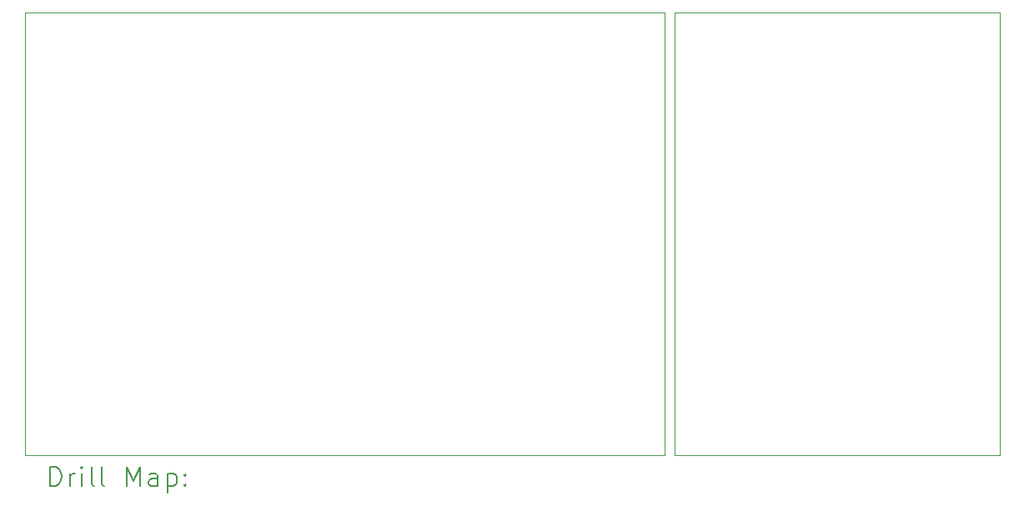
<source format=gbr>
%TF.GenerationSoftware,KiCad,Pcbnew,9.0.7*%
%TF.CreationDate,2026-01-06T19:33:02-08:00*%
%TF.ProjectId,v1.2,76312e32-2e6b-4696-9361-645f70636258,rev?*%
%TF.SameCoordinates,Original*%
%TF.FileFunction,Drillmap*%
%TF.FilePolarity,Positive*%
%FSLAX45Y45*%
G04 Gerber Fmt 4.5, Leading zero omitted, Abs format (unit mm)*
G04 Created by KiCad (PCBNEW 9.0.7) date 2026-01-06 19:33:02*
%MOMM*%
%LPD*%
G01*
G04 APERTURE LIST*
%ADD10C,0.050000*%
%ADD11C,0.200000*%
G04 APERTURE END LIST*
D10*
X10600000Y-10500000D02*
X13900000Y-10500000D01*
X13900000Y-15000000D01*
X10600000Y-15000000D01*
X10600000Y-10500000D01*
X4000000Y-10500000D02*
X10500000Y-10500000D01*
X10500000Y-15000000D01*
X4000000Y-15000000D01*
X4000000Y-10500000D01*
D11*
X4258277Y-15313984D02*
X4258277Y-15113984D01*
X4258277Y-15113984D02*
X4305896Y-15113984D01*
X4305896Y-15113984D02*
X4334467Y-15123508D01*
X4334467Y-15123508D02*
X4353515Y-15142555D01*
X4353515Y-15142555D02*
X4363039Y-15161603D01*
X4363039Y-15161603D02*
X4372563Y-15199698D01*
X4372563Y-15199698D02*
X4372563Y-15228269D01*
X4372563Y-15228269D02*
X4363039Y-15266365D01*
X4363039Y-15266365D02*
X4353515Y-15285412D01*
X4353515Y-15285412D02*
X4334467Y-15304460D01*
X4334467Y-15304460D02*
X4305896Y-15313984D01*
X4305896Y-15313984D02*
X4258277Y-15313984D01*
X4458277Y-15313984D02*
X4458277Y-15180650D01*
X4458277Y-15218746D02*
X4467801Y-15199698D01*
X4467801Y-15199698D02*
X4477324Y-15190174D01*
X4477324Y-15190174D02*
X4496372Y-15180650D01*
X4496372Y-15180650D02*
X4515420Y-15180650D01*
X4582086Y-15313984D02*
X4582086Y-15180650D01*
X4582086Y-15113984D02*
X4572563Y-15123508D01*
X4572563Y-15123508D02*
X4582086Y-15133031D01*
X4582086Y-15133031D02*
X4591610Y-15123508D01*
X4591610Y-15123508D02*
X4582086Y-15113984D01*
X4582086Y-15113984D02*
X4582086Y-15133031D01*
X4705896Y-15313984D02*
X4686848Y-15304460D01*
X4686848Y-15304460D02*
X4677324Y-15285412D01*
X4677324Y-15285412D02*
X4677324Y-15113984D01*
X4810658Y-15313984D02*
X4791610Y-15304460D01*
X4791610Y-15304460D02*
X4782086Y-15285412D01*
X4782086Y-15285412D02*
X4782086Y-15113984D01*
X5039229Y-15313984D02*
X5039229Y-15113984D01*
X5039229Y-15113984D02*
X5105896Y-15256841D01*
X5105896Y-15256841D02*
X5172563Y-15113984D01*
X5172563Y-15113984D02*
X5172563Y-15313984D01*
X5353515Y-15313984D02*
X5353515Y-15209222D01*
X5353515Y-15209222D02*
X5343991Y-15190174D01*
X5343991Y-15190174D02*
X5324944Y-15180650D01*
X5324944Y-15180650D02*
X5286848Y-15180650D01*
X5286848Y-15180650D02*
X5267801Y-15190174D01*
X5353515Y-15304460D02*
X5334467Y-15313984D01*
X5334467Y-15313984D02*
X5286848Y-15313984D01*
X5286848Y-15313984D02*
X5267801Y-15304460D01*
X5267801Y-15304460D02*
X5258277Y-15285412D01*
X5258277Y-15285412D02*
X5258277Y-15266365D01*
X5258277Y-15266365D02*
X5267801Y-15247317D01*
X5267801Y-15247317D02*
X5286848Y-15237793D01*
X5286848Y-15237793D02*
X5334467Y-15237793D01*
X5334467Y-15237793D02*
X5353515Y-15228269D01*
X5448753Y-15180650D02*
X5448753Y-15380650D01*
X5448753Y-15190174D02*
X5467801Y-15180650D01*
X5467801Y-15180650D02*
X5505896Y-15180650D01*
X5505896Y-15180650D02*
X5524944Y-15190174D01*
X5524944Y-15190174D02*
X5534467Y-15199698D01*
X5534467Y-15199698D02*
X5543991Y-15218746D01*
X5543991Y-15218746D02*
X5543991Y-15275888D01*
X5543991Y-15275888D02*
X5534467Y-15294936D01*
X5534467Y-15294936D02*
X5524944Y-15304460D01*
X5524944Y-15304460D02*
X5505896Y-15313984D01*
X5505896Y-15313984D02*
X5467801Y-15313984D01*
X5467801Y-15313984D02*
X5448753Y-15304460D01*
X5629705Y-15294936D02*
X5639229Y-15304460D01*
X5639229Y-15304460D02*
X5629705Y-15313984D01*
X5629705Y-15313984D02*
X5620182Y-15304460D01*
X5620182Y-15304460D02*
X5629705Y-15294936D01*
X5629705Y-15294936D02*
X5629705Y-15313984D01*
X5629705Y-15190174D02*
X5639229Y-15199698D01*
X5639229Y-15199698D02*
X5629705Y-15209222D01*
X5629705Y-15209222D02*
X5620182Y-15199698D01*
X5620182Y-15199698D02*
X5629705Y-15190174D01*
X5629705Y-15190174D02*
X5629705Y-15209222D01*
M02*

</source>
